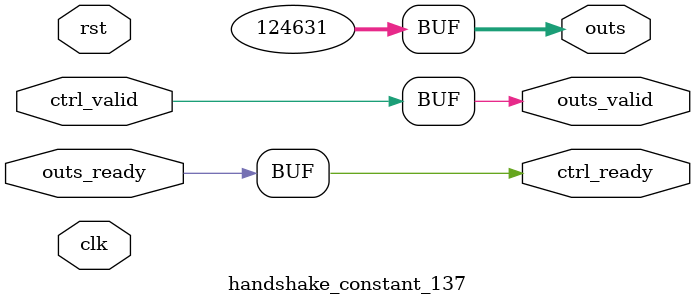
<source format=v>
`timescale 1ns / 1ps
module handshake_constant_137 #(
  parameter DATA_WIDTH = 32  // Default set to 32 bits
) (
  input                       clk,
  input                       rst,
  // Input Channel
  input                       ctrl_valid,
  output                      ctrl_ready,
  // Output Channel
  output [DATA_WIDTH - 1 : 0] outs,
  output                      outs_valid,
  input                       outs_ready
);
  assign outs       = 17'b11110011011010111;
  assign outs_valid = ctrl_valid;
  assign ctrl_ready = outs_ready;

endmodule

</source>
